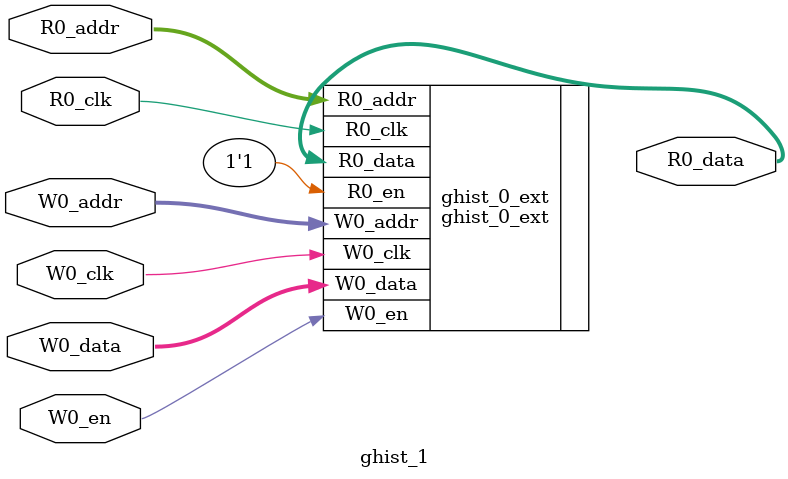
<source format=sv>
module ghist_1(	// @[generators/boom/src/main/scala/v3/ifu/fetch-target-queue.scala:144:43]
  input  [5:0]  R0_addr,
  input         R0_clk,
  output [71:0] R0_data,
  input  [5:0]  W0_addr,
  input         W0_en,
  input         W0_clk,
  input  [71:0] W0_data
);

  ghist_0_ext ghist_0_ext (	// @[generators/boom/src/main/scala/v3/ifu/fetch-target-queue.scala:144:43]
    .R0_addr (R0_addr),
    .R0_en   (1'h1),	// @[generators/boom/src/main/scala/v3/ifu/fetch-target-queue.scala:144:43]
    .R0_clk  (R0_clk),
    .R0_data (R0_data),
    .W0_addr (W0_addr),
    .W0_en   (W0_en),
    .W0_clk  (W0_clk),
    .W0_data (W0_data)
  );	// @[generators/boom/src/main/scala/v3/ifu/fetch-target-queue.scala:144:43]
endmodule


</source>
